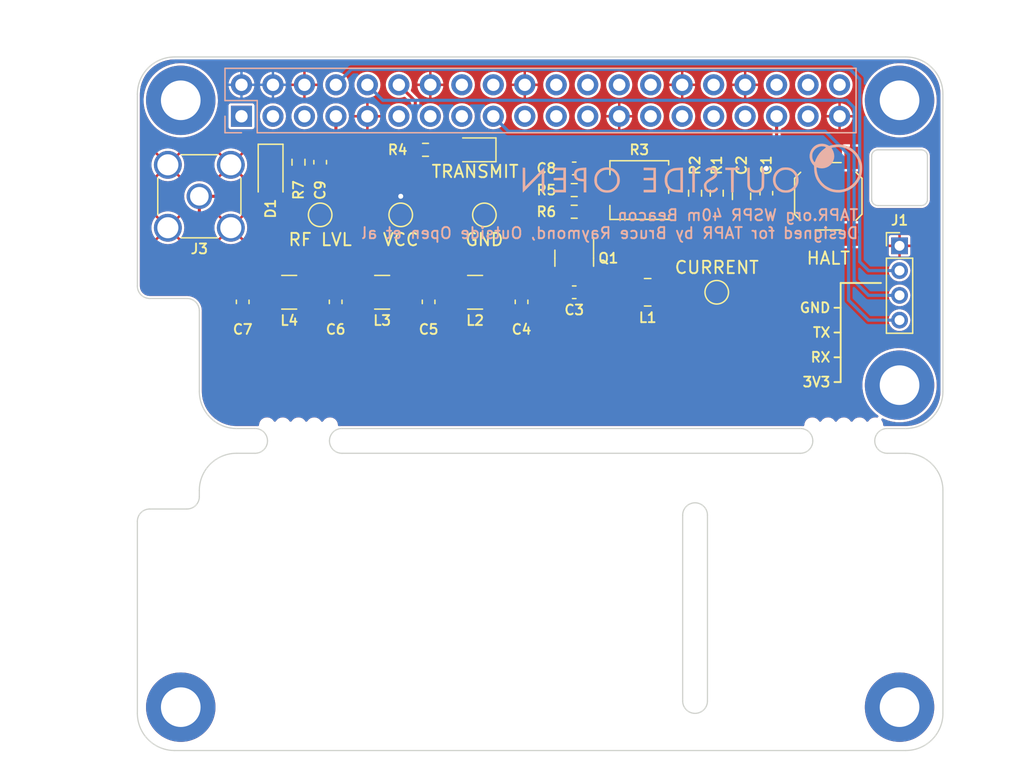
<source format=kicad_pcb>
(kicad_pcb (version 20211014) (generator pcbnew)
  (layers (0 "F.Cu" signal) (31 "B.Cu" signal) (34 "B.Paste" user) (35 "F.Paste" user) (36 "B.SilkS" user "B.Silkscreen") (37 "F.SilkS" user "F.Silkscreen") (38 "B.Mask" user) (39 "F.Mask" user) (44 "Edge.Cuts" user))
  (net 0 "")
  (net 1 "GND")
  (net 2 "VCC")
  (net 3 "Net-(C3-Pad1)")
  (net 4 "Net-(C3-Pad2)")
  (net 5 "Net-(C8-Pad1)")
  (net 6 "Net-(C8-Pad2)")
  (net 9 "/3.3v")
  (net 10 "/TX")
  (net 33 "Net-(LED1-Pad2)")
  (net 34 "Net-(C5-Pad1)")
  (net 35 "Net-(C6-Pad1)")
  (net 36 "Net-(J3-Pad1)")
  (net 37 "Net-(C9-Pad1)")
  (net 38 "Net-(L1-Pad1)")
  (net 39 "Net-(D1-Pad1)")
  (net 40 "/RX")
  (net 41 "Net-(J2-Pad35)")
  (net 42 "Net-(J2-Pad12)")
  (net 43 "Net-(R2-Pad1)")
  (net 44 "Net-(R3-Pad2)")
  (net 45 "Net-(Q1-Pad1)")
  (footprint "MountingHole:MountingHole_3.2mm_M3_DIN965_Pad" (layer "F.Cu") (at 111.5 76.5)
    (fp_text reference "H3" hide)
    (fp_text value "MountingHole")
    (pad "1" thru_hole circle (at 0 0) (size 5.6 5.6) (drill 3.2) (layers *.Cu *.Mask))
  )
  (footprint "Resistor_SMD:R_0603_1608Metric" (layer "F.Cu") (at 95 61 90)
    (fp_text reference "R2" (at 2.25 0 90) (layer "F.SilkS") (effects (font (size 0.8 0.8))))
    (fp_text value "3.9k")
    (pad "1" smd roundrect (at -0.825 0 90) (size 0.8 0.95) (layers "F.Cu" "F.Paste" "F.Mask") (net 43 "Net-(R2-Pad1)"))
    (pad "2" smd roundrect (at 0.825 0 90) (size 0.8 0.95) (layers "F.Cu" "F.Paste" "F.Mask") (net 2 "VCC"))
  )
  (footprint "Capacitor_SMD:C_0603_1608Metric" (layer "F.Cu") (at 81 69.775 -90)
    (fp_text reference "C4" (at 2.225 0) (layer "F.SilkS") (effects (font (size 0.8 0.8))))
    (fp_text value "470pF")
    (pad "1" smd roundrect (at -0.775 0 270) (size 0.9 0.95) (layers "F.Cu" "F.Paste" "F.Mask") (net 4 "Net-(C3-Pad2)"))
    (pad "2" smd roundrect (at 0.775 0 270) (size 0.9 0.95) (layers "F.Cu" "F.Paste" "F.Mask") (net 1 "GND"))
  )
  (footprint "Capacitor_SMD:C_0603_1608Metric" (layer "F.Cu") (at 100.75 61 -90)
    (fp_text reference "C1" (at -2.25 0 90) (layer "F.SilkS") (effects (font (size 0.8 0.8))))
    (fp_text value "100nF")
    (pad "1" smd roundrect (at -0.775 0 270) (size 0.9 0.95) (layers "F.Cu" "F.Paste" "F.Mask") (net 2 "VCC"))
    (pad "2" smd roundrect (at 0.775 0 270) (size 0.9 0.95) (layers "F.Cu" "F.Paste" "F.Mask") (net 1 "GND"))
  )
  (footprint "MountingHole:mousebites" (layer "F.Cu") (at 107 80)
    (fp_text reference "H6")
    (fp_text value "MountingHole" hide)
    (pad "" np_thru_hole circle (at 0 -0.254) (size 0.7874 0.7874) (drill 0.7874) (layers *.Cu *.Mask))
    (pad "" np_thru_hole circle (at 2.54 -0.254) (size 0.7874 0.7874) (drill 0.7874) (layers *.Cu *.Mask))
    (pad "" np_thru_hole circle (at 1.27 -0.254) (size 0.7874 0.7874) (drill 0.7874) (layers *.Cu *.Mask))
    (pad "" np_thru_hole circle (at -2.54 -0.254) (size 0.7874 0.7874) (drill 0.7874) (layers *.Cu *.Mask))
    (pad "" np_thru_hole circle (at -1.27 -0.254) (size 0.7874 0.7874) (drill 0.7874) (layers *.Cu *.Mask))
  )
  (footprint "Capacitor_SMD:C_0603_1608Metric" (layer "F.Cu") (at 58.5 69.775 -90)
    (fp_text reference "C7" (at 2.225 0) (layer "F.SilkS") (effects (font (size 0.8 0.8))))
    (fp_text value "470pF")
    (pad "1" smd roundrect (at -0.775 0 270) (size 0.9 0.95) (layers "F.Cu" "F.Paste" "F.Mask") (net 36 "Net-(J3-Pad1)"))
    (pad "2" smd roundrect (at 0.775 0 270) (size 0.9 0.95) (layers "F.Cu" "F.Paste" "F.Mask") (net 1 "GND"))
  )
  (footprint "MountingHole:mousebites" (layer "F.Cu") (at 63 80)
    (fp_text reference "H7")
    (fp_text value "MountingHole" hide)
    (pad "" np_thru_hole circle (at -2.54 -0.254) (size 0.7874 0.7874) (drill 0.7874) (layers *.Cu *.Mask))
    (pad "" np_thru_hole circle (at -1.27 -0.254) (size 0.7874 0.7874) (drill 0.7874) (layers *.Cu *.Mask))
    (pad "" np_thru_hole circle (at 2.54 -0.254) (size 0.7874 0.7874) (drill 0.7874) (layers *.Cu *.Mask))
    (pad "" np_thru_hole circle (at 1.27 -0.254) (size 0.7874 0.7874) (drill 0.7874) (layers *.Cu *.Mask))
    (pad "" np_thru_hole circle (at 0 -0.254) (size 0.7874 0.7874) (drill 0.7874) (layers *.Cu *.Mask))
  )
  (footprint "Resistor_SMD:R_0603_1608Metric" (layer "F.Cu") (at 85.25 62.5)
    (fp_text reference "R6" (at -2.25 0) (layer "F.SilkS") (effects (font (size 0.8 0.8))))
    (fp_text value "47")
    (pad "1" smd roundrect (at -0.825 0) (size 0.8 0.95) (layers "F.Cu" "F.Paste" "F.Mask") (net 6 "Net-(C8-Pad2)"))
    (pad "2" smd roundrect (at 0.825 0) (size 0.8 0.95) (layers "F.Cu" "F.Paste" "F.Mask") (net 45 "Net-(Q1-Pad1)"))
  )
  (footprint "Inductor_SMD:L_1210_3225Metric" (layer "F.Cu") (at 69.75 69 180)
    (fp_text reference "L3" (at 0 -2.28) (layer "F.SilkS") (effects (font (size 0.8 0.8))))
    (fp_text value "1.5uH")
    (pad "1" smd roundrect (at -1.4 0 180) (size 1.25 2.65) (layers "F.Cu" "F.Paste" "F.Mask") (roundrect_rratio 0.2) (net 34 "Net-(C5-Pad1)"))
    (pad "2" smd roundrect (at 1.4 0 180) (size 1.25 2.65) (layers "F.Cu" "F.Paste" "F.Mask") (roundrect_rratio 0.2) (net 35 "Net-(C6-Pad1)"))
  )
  (footprint "TestPoint:TestPoint_Pad_D1.5mm" (layer "F.Cu") (at 96.75 69)
    (fp_text reference "TP2" hide)
    (fp_text value "TestPoint")
    (pad "1" smd circle (at 0 0) (size 1.5 1.5) (layers "F.Cu" "F.Mask") (net 38 "Net-(L1-Pad1)"))
  )
  (footprint "Connector_Coaxial:SMA_Amphenol_901-144_Vertical" (layer "F.Cu") (at 55 61.25 -90)
    (fp_text reference "J3" (at 4.25 0 180) (layer "F.SilkS") (effects (font (size 0.8 0.8))))
    (fp_text value "Conn_01x02")
    (pad "1" thru_hole circle (at 0 0 270) (size 2.05 2.05) (drill 1.5) (layers *.Cu *.Mask) (net 36 "Net-(J3-Pad1)"))
    (pad "2" thru_hole circle (at -2.54 2.54 270) (size 2.25 2.25) (drill 1.7) (layers *.Cu *.Mask) (net 1 "GND"))
    (pad "2" thru_hole circle (at 2.54 -2.54 270) (size 2.25 2.25) (drill 1.7) (layers *.Cu *.Mask) (net 1 "GND"))
    (pad "2" thru_hole circle (at 2.54 2.54 270) (size 2.25 2.25) (drill 1.7) (layers *.Cu *.Mask) (net 1 "GND"))
    (pad "2" thru_hole circle (at -2.54 -2.54 270) (size 2.25 2.25) (drill 1.7) (layers *.Cu *.Mask) (net 1 "GND"))
  )
  (footprint "MountingHole:MountingHole_3.2mm_M3_DIN965_Pad" (layer "F.Cu") (at 111.5 53.5)
    (fp_text reference "H2" hide)
    (fp_text value "MountingHole")
    (pad "1" thru_hole circle (at 0 0) (size 5.6 5.6) (drill 3.2) (layers *.Cu *.Mask))
  )
  (footprint "TestPoint:TestPoint_Pad_D1.5mm" (layer "F.Cu") (at 71.25 62.75)
    (fp_text reference "TP1" hide)
    (fp_text value "TestPoint")
    (pad "1" smd circle (at 0 0) (size 1.5 1.5) (layers "F.Cu" "F.Mask") (net 2 "VCC"))
  )
  (footprint "Resistor_SMD:R_0603_1608Metric" (layer "F.Cu") (at 96.75 61 -90)
    (fp_text reference "R1" (at -2.25 0 90) (layer "F.SilkS") (effects (font (size 0.8 0.8))))
    (fp_text value "1")
    (pad "1" smd roundrect (at -0.825 0 270) (size 0.8 0.95) (layers "F.Cu" "F.Paste" "F.Mask") (net 2 "VCC"))
    (pad "2" smd roundrect (at 0.825 0 270) (size 0.8 0.95) (layers "F.Cu" "F.Paste" "F.Mask") (net 38 "Net-(L1-Pad1)"))
  )
  (footprint "MountingHole:MountingHole_3.2mm_M3_DIN965_Pad" (layer "F.Cu") (at 53.5 53.5)
    (fp_text reference "H1" hide)
    (fp_text value "MountingHole")
    (pad "1" thru_hole circle (at 0 0) (size 5.6 5.6) (drill 3.2) (layers *.Cu *.Mask))
  )
  (footprint "Capacitor_SMD:C_0603_1608Metric" (layer "F.Cu") (at 85.25 69 180)
    (fp_text reference "C3" (at 0 -1.43) (layer "F.SilkS") (effects (font (size 0.8 0.8))))
    (fp_text value "100nF")
    (pad "1" smd roundrect (at -0.775 0 180) (size 0.9 0.95) (layers "F.Cu" "F.Paste" "F.Mask") (net 3 "Net-(C3-Pad1)"))
    (pad "2" smd roundrect (at 0.775 0 180) (size 0.9 0.95) (layers "F.Cu" "F.Paste" "F.Mask") (net 4 "Net-(C3-Pad2)"))
  )
  (footprint "Connector_PinHeader_2.00mm:PinHeader_1x04_P2.00mm_Vertical" (layer "F.Cu") (at 111.5 65.25)
    (fp_text reference "J1" (at 0 -2.06) (layer "F.SilkS") (effects (font (size 0.8 0.8))))
    (fp_text value "SERIAL")
    (pad "1" thru_hole rect (at 0 0) (size 1.35 1.35) (drill 0.8) (layers *.Cu *.Mask) (net 1 "GND"))
    (pad "2" thru_hole oval (at 0 2) (size 1.35 1.35) (drill 0.8) (layers *.Cu *.Mask) (net 10 "/TX"))
    (pad "3" thru_hole oval (at 0 4) (size 1.35 1.35) (drill 0.8) (layers *.Cu *.Mask) (net 40 "/RX"))
    (pad "4" thru_hole oval (at 0 6) (size 1.35 1.35) (drill 0.8) (layers *.Cu *.Mask) (net 9 "/3.3v"))
  )
  (footprint "Package_TO_SOT_SMD:SOT-23" (layer "F.Cu") (at 85.25 66.25 -90)
    (fp_text reference "Q1" (at 0 -2.75) (layer "F.SilkS") (effects (font (size 0.8 0.8))))
    (fp_text value "MMBF170")
    (pad "1" smd roundrect (at -0.9375 -0.95 270) (size 1.475 0.6) (layers "F.Cu" "F.Paste" "F.Mask") (net 45 "Net-(Q1-Pad1)"))
    (pad "2" smd roundrect (at -0.9375 0.95 270) (size 1.475 0.6) (layers "F.Cu" "F.Paste" "F.Mask") (net 1 "GND"))
    (pad "3" smd roundrect (at 0.9375 0 270) (size 1.475 0.6) (layers "F.Cu" "F.Paste" "F.Mask") (net 3 "Net-(C3-Pad1)"))
  )
  (footprint "MountingHole:MountingHole_3.2mm_M3_DIN965_Pad" (layer "F.Cu") (at 53.5 102.5)
    (fp_text reference "H5" hide)
    (fp_text value "MountingHole")
    (pad "1" thru_hole circle (at 0 0) (size 5.6 5.6) (drill 3.2) (layers *.Cu *.Mask))
  )
  (footprint "Capacitor_SMD:C_0603_1608Metric" (layer "F.Cu") (at 66 69.775 -90)
    (fp_text reference "C6" (at 2.225 0) (layer "F.SilkS") (effects (font (size 0.8 0.8))))
    (fp_text value "1nF")
    (pad "1" smd roundrect (at -0.775 0 270) (size 0.9 0.95) (layers "F.Cu" "F.Paste" "F.Mask") (net 35 "Net-(C6-Pad1)"))
    (pad "2" smd roundrect (at 0.775 0 270) (size 0.9 0.95) (layers "F.Cu" "F.Paste" "F.Mask") (net 1 "GND"))
  )
  (footprint "TestPoint:TestPoint_Pad_D1.5mm" (layer "F.Cu") (at 78 62.75)
    (fp_text reference "TP4" hide)
    (fp_text value "TestPoint")
    (pad "1" smd circle (at 0 0) (size 1.5 1.5) (layers "F.Cu" "F.Mask") (net 1 "GND"))
  )
  (footprint "Capacitor_SMD:C_0603_1608Metric" (layer "F.Cu") (at 73.5 69.775 -90)
    (fp_text reference "C5" (at 2.225 0) (layer "F.SilkS") (effects (font (size 0.8 0.8))))
    (fp_text value "1nF")
    (pad "1" smd roundrect (at -0.775 0 270) (size 0.9 0.95) (layers "F.Cu" "F.Paste" "F.Mask") (net 34 "Net-(C5-Pad1)"))
    (pad "2" smd roundrect (at 0.775 0 270) (size 0.9 0.95) (layers "F.Cu" "F.Paste" "F.Mask") (net 1 "GND"))
  )
  (footprint "MountingHole:MountingHole_3.2mm_M3_DIN965_Pad" (layer "F.Cu") (at 111.5 102.5)
    (fp_text reference "H4" hide)
    (fp_text value "MountingHole")
    (pad "1" thru_hole circle (at 0 0) (size 5.6 5.6) (drill 3.2) (layers *.Cu *.Mask))
  )
  (footprint "Diode_SMD:D_SOD-123F" (layer "F.Cu") (at 60.75 59.25 -90)
    (fp_text reference "D1" (at 3 0 90) (layer "F.SilkS") (effects (font (size 0.8 0.8))))
    (fp_text value "1N4148")
    (pad "1" smd rect (at -1.4 0 270) (size 1.1 1.1) (layers "F.Cu" "F.Paste" "F.Mask") (net 39 "Net-(D1-Pad1)"))
    (pad "2" smd rect (at 1.4 0 270) (size 1.1 1.1) (layers "F.Cu" "F.Paste" "F.Mask") (net 36 "Net-(J3-Pad1)"))
  )
  (footprint "Capacitor_SMD:C_0603_1608Metric" (layer "F.Cu") (at 85.25 59 180)
    (fp_text reference "C8" (at 2.25 0) (layer "F.SilkS") (effects (font (size 0.8 0.8))))
    (fp_text value "100nF")
    (pad "1" smd roundrect (at -0.775 0 180) (size 0.9 0.95) (layers "F.Cu" "F.Paste" "F.Mask") (net 5 "Net-(C8-Pad1)"))
    (pad "2" smd roundrect (at 0.775 0 180) (size 0.9 0.95) (layers "F.Cu" "F.Paste" "F.Mask") (net 6 "Net-(C8-Pad2)"))
  )
  (footprint "Resistor_SMD:R_0603_1608Metric" (layer "F.Cu") (at 63 58.5 -90)
    (fp_text reference "R7" (at 2.25 0 90) (layer "F.SilkS") (effects (font (size 0.8 0.8))))
    (fp_text value "2K")
    (pad "1" smd roundrect (at -0.825 0 270) (size 0.8 0.95) (layers "F.Cu" "F.Paste" "F.Mask") (net 39 "Net-(D1-Pad1)"))
    (pad "2" smd roundrect (at 0.825 0 270) (size 0.8 0.95) (layers "F.Cu" "F.Paste" "F.Mask") (net 37 "Net-(C9-Pad1)"))
  )
  (footprint "Potentiometer_SMD:Potentiometer_Bourns_3314J_Vertical" (layer "F.Cu") (at 90.5 60.75 -90)
    (fp_text reference "R3" (at -3.25 0) (layer "F.SilkS") (effects (font (size 0.8 0.8))))
    (fp_text value "10k")
    (pad "1" smd rect (at 1.15 -2 270) (size 1.3 2) (layers "F.Cu" "F.Paste" "F.Mask") (net 43 "Net-(R2-Pad1)"))
    (pad "2" smd rect (at 0 2 270) (size 2 2) (layers "F.Cu" "F.Paste" "F.Mask") (net 44 "Net-(R3-Pad2)"))
    (pad "3" smd rect (at -1.15 -2 270) (size 1.3 2) (layers "F.Cu" "F.Paste" "F.Mask") (net 1 "GND"))
  )
  (footprint "Inductor_SMD:L_1210_3225Metric" (layer "F.Cu") (at 62.25 69 180)
    (fp_text reference "L4" (at 0 -2.28) (layer "F.SilkS") (effects (font (size 0.8 0.8))))
    (fp_text value "1.5uH")
    (pad "1" smd roundrect (at -1.4 0 180) (size 1.25 2.65) (layers "F.Cu" "F.Paste" "F.Mask") (roundrect_rratio 0.2) (net 35 "Net-(C6-Pad1)"))
    (pad "2" smd roundrect (at 1.4 0 180) (size 1.25 2.65) (layers "F.Cu" "F.Paste" "F.Mask") (roundrect_rratio 0.2) (net 36 "Net-(J3-Pad1)"))
  )
  (footprint "TestPoint:TestPoint_Pad_D1.5mm" (layer "F.Cu") (at 64.75 62.75 -90)
    (fp_text reference "TP3" hide)
    (fp_text value "TestPoint")
    (pad "1" smd circle (at 0 0 270) (size 1.5 1.5) (layers "F.Cu" "F.Mask") (net 37 "Net-(C9-Pad1)"))
  )
  (footprint "Capacitor_SMD:C_0603_1608Metric" (layer "F.Cu") (at 64.75 58.5 90)
    (fp_text reference "C9" (at -2.25 0 90) (layer "F.SilkS") (effects (font (size 0.8 0.8))))
    (fp_text value "100nF")
    (pad "1" smd roundrect (at -0.775 0 90) (size 0.9 0.95) (layers "F.Cu" "F.Paste" "F.Mask") (net 37 "Net-(C9-Pad1)"))
    (pad "2" smd roundrect (at 0.775 0 90) (size 0.9 0.95) (layers "F.Cu" "F.Paste" "F.Mask") (net 1 "GND"))
  )
  (footprint "LED_SMD:LED_0805_2012Metric" (layer "F.Cu") (at 77.25 57.5 180)
    (fp_text reference "LED1" hide)
    (fp_text value "LED_Small")
    (pad "1" smd roundrect (at -0.9375 0 180) (size 0.975 1.4) (layers "F.Cu" "F.Paste" "F.Mask") (net 1 "GND"))
    (pad "2" smd roundrect (at 0.9375 0 180) (size 0.975 1.4) (layers "F.Cu" "F.Paste" "F.Mask") (net 33 "Net-(LED1-Pad2)"))
  )
  (footprint "Resistor_SMD:R_0603_1608Metric" (layer "F.Cu") (at 85.25 60.75 180)
    (fp_text reference "R5" (at 2.25 0) (layer "F.SilkS") (effects (font (size 0.8 0.8))))
    (fp_text value "10k")
    (pad "1" smd roundrect (at -0.825 0 180) (size 0.8 0.95) (layers "F.Cu" "F.Paste" "F.Mask") (net 44 "Net-(R3-Pad2)"))
    (pad "2" smd roundrect (at 0.825 0 180) (size 0.8 0.95) (layers "F.Cu" "F.Paste" "F.Mask") (net 6 "Net-(C8-Pad2)"))
  )
  (footprint "Inductor_SMD:L_1210_3225Metric" (layer "F.Cu") (at 77.25 69 180)
    (fp_text reference "L2" (at 0 -2.28 180) (layer "F.SilkS") (effects (font (size 0.8 0.8))))
    (fp_text value "1.5uH")
    (pad "1" smd roundrect (at -1.4 0 180) (size 1.25 2.65) (layers "F.Cu" "F.Paste" "F.Mask") (roundrect_rratio 0.2) (net 4 "Net-(C3-Pad2)"))
    (pad "2" smd roundrect (at 1.4 0 180) (size 1.25 2.65) (layers "F.Cu" "F.Paste" "F.Mask") (roundrect_rratio 0.2) (net 34 "Net-(C5-Pad1)"))
  )
  (footprint "Inductor_SMD:L_1008_2520Metric" (layer "F.Cu") (at 91.175 69 180)
    (fp_text reference "L1" (at 0 -2.05) (layer "F.SilkS") (effects (font (size 0.8 0.8))))
    (fp_text value "10uH")
    (pad "1" smd roundrect (at -1.075 0 180) (size 1.25 2.2) (layers "F.Cu" "F.Paste" "F.Mask") (roundrect_rratio 0.2) (net 38 "Net-(L1-Pad1)"))
    (pad "2" smd roundrect (at 1.075 0 180) (size 1.25 2.2) (layers "F.Cu" "F.Paste" "F.Mask") (roundrect_rratio 0.2) (net 3 "Net-(C3-Pad1)"))
  )
  (footprint "Resistor_SMD:R_0603_1608Metric" (layer "F.Cu") (at 73.25 57.5 180)
    (fp_text reference "R4" (at 2.25 0) (layer "F.SilkS") (effects (font (size 0.8 0.8))))
    (fp_text value "270")
    (pad "1" smd roundrect (at -0.825 0 180) (size 0.8 0.95) (layers "F.Cu" "F.Paste" "F.Mask") (net 33 "Net-(LED1-Pad2)"))
    (pad "2" smd roundrect (at 0.825 0 180) (size 0.8 0.95) (layers "F.Cu" "F.Paste" "F.Mask") (net 42 "Net-(J2-Pad12)"))
  )
  (footprint "Capacitor_SMD:C_0805_2012Metric" (layer "F.Cu") (at 98.75 61.25 -90)
    (fp_text reference "C2" (at -2.5 0 90) (layer "F.SilkS") (effects (font (size 0.8 0.8))))
    (fp_text value "47uF")
    (pad "1" smd roundrect (at -0.95 0 270) (size 1 1.45) (layers "F.Cu" "F.Paste" "F.Mask") (net 2 "VCC"))
    (pad "2" smd roundrect (at 0.95 0 270) (size 1 1.45) (layers "F.Cu" "F.Paste" "F.Mask") (net 1 "GND"))
  )
  (footprint "Button_Switch_SMD:SW_SPST_SKQG_WithoutStem" (layer "F.Cu") (at 105.75 61.25 90)
    (fp_text reference "SW1" hide)
    (fp_text value "SW_SPST")
    (pad "1" smd rect (at -3.1 -1.85 90) (size 1.8 1.1) (layers "F.Cu" "F.Paste" "F.Mask") (net 41 "Net-(J2-Pad35)"))
    (pad "1" smd rect (at 3.1 -1.85 90) (size 1.8 1.1) (layers "F.Cu" "F.Paste" "F.Mask") (net 41 "Net-(J2-Pad35)"))
    (pad "2" smd rect (at 3.1 1.85 90) (size 1.8 1.1) (layers "F.Cu" "F.Paste" "F.Mask") (net 1 "GND"))
    (pad "2" smd rect (at -3.1 1.85 90) (size 1.8 1.1) (layers "F.Cu" "F.Paste" "F.Mask") (net 1 "GND"))
  )
  (footprint "LOGO" (layer "B.Cu") (at 94.75 59 180)
    (fp_text reference "G***" hide)
    (fp_text value "LOGO" hide)
  )
  (footprint "Connector_PinSocket_2.54mm:PinSocket_2x20_P2.54mm_Vertical" (layer "B.Cu") (at 58.4 54.79 -90)
    (fp_text reference "J2")
    (fp_text value "Conn_02x20_Odd_Even")
    (pad "1" thru_hole rect (at 0 0 270) (size 1.7 1.7) (drill 1) (layers *.Cu *.Mask))
    (pad "2" thru_hole oval (at -2.54 0 270) (size 1.7 1.7) (drill 1) (layers *.Cu *.Mask) (net 2 "VCC"))
    (pad "3" thru_hole oval (at 0 -2.54 270) (size 1.7 1.7) (drill 1) (layers *.Cu *.Mask))
    (pad "4" thru_hole oval (at -2.54 -2.54 270) (size 1.7 1.7) (drill 1) (layers *.Cu *.Mask) (net 2 "VCC"))
    (pad "5" thru_hole oval (at 0 -5.08 270) (size 1.7 1.7) (drill 1) (layers *.Cu *.Mask))
    (pad "6" thru_hole oval (at -2.54 -5.08 270) (size 1.7 1.7) (drill 1) (layers *.Cu *.Mask) (net 1 "GND"))
    (pad "7" thru_hole oval (at 0 -7.62 270) (size 1.7 1.7) (drill 1) (layers *.Cu *.Mask) (net 5 "Net-(C8-Pad1)"))
    (pad "8" thru_hole oval (at -2.54 -7.62 270) (size 1.7 1.7) (drill 1) (layers *.Cu *.Mask) (net 10 "/TX"))
    (pad "9" thru_hole oval (at 0 -10.16 270) (size 1.7 1.7) (drill 1) (layers *.Cu *.Mask) (net 1 "GND"))
    (pad "10" thru_hole oval (at -2.54 -10.16 270) (size 1.7 1.7) (drill 1) (layers *.Cu *.Mask) (net 40 "/RX"))
    (pad "11" thru_hole oval (at 0 -12.7 270) (size 1.7 1.7) (drill 1) (layers *.Cu *.Mask))
    (pad "12" thru_hole oval (at -2.54 -12.7 270) (size 1.7 1.7) (drill 1) (layers *.Cu *.Mask) (net 42 "Net-(J2-Pad12)"))
    (pad "13" thru_hole oval (at 0 -15.24 270) (size 1.7 1.7) (drill 1) (layers *.Cu *.Mask))
    (pad "14" thru_hole oval (at -2.54 -15.24 270) (size 1.7 1.7) (drill 1) (layers *.Cu *.Mask) (net 1 "GND"))
    (pad "15" thru_hole oval (at 0 -17.78 270) (size 1.7 1.7) (drill 1) (layers *.Cu *.Mask))
    (pad "16" thru_hole oval (at -2.54 -17.78 270) (size 1.7 1.7) (drill 1) (layers *.Cu *.Mask))
    (pad "17" thru_hole oval (at 0 -20.32 270) (size 1.7 1.7) (drill 1) (layers *.Cu *.Mask) (net 9 "/3.3v"))
    (pad "18" thru_hole oval (at -2.54 -20.32 270) (size 1.7 1.7) (drill 1) (layers *.Cu *.Mask))
    (pad "19" thru_hole oval (at 0 -22.86 270) (size 1.7 1.7) (drill 1) (layers *.Cu *.Mask))
    (pad "20" thru_hole oval (at -2.54 -22.86 270) (size 1.7 1.7) (drill 1) (layers *.Cu *.Mask) (net 1 "GND"))
    (pad "21" thru_hole oval (at 0 -25.4 270) (size 1.7 1.7) (drill 1) (layers *.Cu *.Mask))
    (pad "22" thru_hole oval (at -2.54 -25.4 270) (size 1.7 1.7) (drill 1) (layers *.Cu *.Mask))
    (pad "23" thru_hole oval (at 0 -27.94 270) (size 1.7 1.7) (drill 1) (layers *.Cu *.Mask))
    (pad "24" thru_hole oval (at -2.54 -27.94 270) (size 1.7 1.7) (drill 1) (layers *.Cu *.Mask))
    (pad "25" thru_hole oval (at 0 -30.48 270) (size 1.7 1.7) (drill 1) (layers *.Cu *.Mask) (net 1 "GND"))
    (pad "26" thru_hole oval (at -2.54 -30.48 270) (size 1.7 1.7) (drill 1) (layers *.Cu *.Mask))
    (pad "27" thru_hole oval (at 0 -33.02 270) (size 1.7 1.7) (drill 1) (layers *.Cu *.Mask))
    (pad "28" thru_hole oval (at -2.54 -33.02 270) (size 1.7 1.7) (drill 1) (layers *.Cu *.Mask))
    (pad "29" thru_hole oval (at 0 -35.56 270) (size 1.7 1.7) (drill 1) (layers *.Cu *.Mask))
    (pad "30" thru_hole oval (at -2.54 -35.56 270) (size 1.7 1.7) (drill 1) (layers *.Cu *.Mask) (net 1 "GND"))
    (pad "31" thru_hole oval (at 0 -38.1 270) (size 1.7 1.7) (drill 1) (layers *.Cu *.Mask))
    (pad "32" thru_hole oval (at -2.54 -38.1 270) (size 1.7 1.7) (drill 1) (layers *.Cu *.Mask))
    (pad "33" thru_hole oval (at 0 -40.64 270) (size 1.7 1.7) (drill 1) (layers *.Cu *.Mask))
    (pad "34" thru_hole oval (at -2.54 -40.64 270) (size 1.7 1.7) (drill 1) (layers *.Cu *.Mask) (net 1 "GND"))
    (pad "35" thru_hole oval (at 0 -43.18 270) (size 1.7 1.7) (drill 1) (layers *.Cu *.Mask) (net 41 "Net-(J2-Pad35)"))
    (pad "36" thru_hole oval (at -2.54 -43.18 270) (size 1.7 1.7) (drill 1) (layers *.Cu *.Mask))
    (pad "37" thru_hole oval (at 0 -45.72 270) (size 1.7 1.7) (drill 1) (layers *.Cu *.Mask))
    (pad "38" thru_hole oval (at -2.54 -45.72 270) (size 1.7 1.7) (drill 1) (layers *.Cu *.Mask))
    (pad "39" thru_hole oval (at 0 -48.26 270) (size 1.7 1.7) (drill 1) (layers *.Cu *.Mask) (net 1 "GND"))
    (pad "40" thru_hole oval (at -2.54 -48.26 270) (size 1.7 1.7) (drill 1) (layers *.Cu *.Mask))
  )
  (gr_line (start 106.25 74.25) (end 106.75 74.25) (layer "F.SilkS") (width 0.15))
  (gr_line (start 106.75 70.25) (end 106.25 70.25) (layer "F.SilkS") (width 0.15))
  (gr_line (start 106.75 76.25) (end 106.75 70.25) (layer "F.SilkS") (width 0.15))
  (gr_line (start 106.25 72.25) (end 106.75 72.25) (layer "F.SilkS") (width 0.15))
  (gr_line (start 106.75 68.25) (end 110 68.25) (layer "F.SilkS") (width 0.15))
  (gr_line (start 106.75 70.25) (end 106.75 68.25) (layer "F.SilkS") (width 0.15))
  (gr_line (start 106.25 76.25) (end 106.75 76.25) (layer "F.SilkS") (width 0.15))
  (gr_line (start 103.499999 80.000001) (end 66.500001 80.000001) (layer "Edge.Cuts") (width 0.1))
  (gr_line (start 94 87) (end 94 102) (layer "Edge.Cuts") (width 0.1))
  (gr_line (start 55 85.5) (end 54.999999 84.999999) (layer "Edge.Cuts") (width 0.1))
  (gr_arc (start 65.500001 81.000001) (mid 65.792894 80.292894) (end 66.500001 80.000001) (layer "Edge.Cuts") (width 0.1))
  (gr_line (start 66.500001 82.000001) (end 103.499999 82.000001) (layer "Edge.Cuts") (width 0.1))
  (gr_arc (start 115 77) (mid 114.12132 79.12132) (end 112 80) (layer "Edge.Cuts") (width 0.1))
  (gr_line (start 110.5 82) (end 112 82) (layer "Edge.Cuts") (width 0.1))
  (gr_line (start 109.75 57.5) (end 113.25 57.500001) (layer "Edge.Cuts") (width 0.1))
  (gr_line (start 54.999999 77.000001) (end 55 70.5) (layer "Edge.Cuts") (width 0.1))
  (gr_arc (start 51 69.5) (mid 50.292893 69.207107) (end 50 68.5) (layer "Edge.Cuts") (width 0.1))
  (gr_arc (start 112 50) (mid 114.12132 50.87868) (end 115 53) (layer "Edge.Cuts") (width 0.1))
  (gr_arc (start 113.749999 61.5) (mid 113.603552 61.853552) (end 113.25 61.999999) (layer "Edge.Cuts") (width 0.1))
  (gr_line (start 57.999999 82.000002) (end 59.499999 82.000001) (layer "Edge.Cuts") (width 0.1))
  (gr_line (start 59.499999 80.000001) (end 57.999999 80.000001) (layer "Edge.Cuts") (width 0.1))
  (gr_arc (start 55 85.5) (mid 54.707107 86.207107) (end 54 86.5) (layer "Edge.Cuts") (width 0.1))
  (gr_arc (start 66.500001 82.000001) (mid 65.792894 81.707108) (end 65.500001 81.000001) (layer "Edge.Cuts") (width 0.1))
  (gr_line (start 112 50) (end 53 50) (layer "Edge.Cuts") (width 0.1))
  (gr_line (start 109.250001 61.5) (end 109.25 58) (layer "Edge.Cuts") (width 0.1))
  (gr_arc (start 115 102.999999) (mid 114.12132 105.121319) (end 112 105.999998) (layer "Edge.Cuts") (width 0.1))
  (gr_arc (start 110.5 82) (mid 109.792893 81.707107) (end 109.5 81) (layer "Edge.Cuts") (width 0.1))
  (gr_line (start 50 87.5) (end 50 103) (layer "Edge.Cuts") (width 0.1))
  (gr_line (start 115 102.999999) (end 115 85) (layer "Edge.Cuts") (width 0.1))
  (gr_arc (start 113.25 57.500001) (mid 113.603552 57.646448) (end 113.749999 58) (layer "Edge.Cuts") (width 0.1))
  (gr_line (start 51 86.5) (end 54 86.5) (layer "Edge.Cuts") (width 0.1))
  (gr_arc (start 94 87) (mid 95 86) (end 96 87) (layer "Edge.Cuts") (width 0.1))
  (gr_line (start 52.999999 105.999999) (end 112 105.999998) (layer "Edge.Cuts") (width 0.1))
  (gr_arc (start 96 102) (mid 95 103) (end 94 102) (layer "Edge.Cuts") (width 0.1))
  (gr_arc (start 109.75 61.999999) (mid 109.396448 61.853552) (end 109.250001 61.5) (layer "Edge.Cuts") (width 0.1))
  (gr_arc (start 57.999999 80.000001) (mid 55.878679 79.121321) (end 54.999999 77.000001) (layer "Edge.Cuts") (width 0.1))
  (gr_line (start 50 68.5) (end 50 53) (layer "Edge.Cuts") (width 0.1))
  (gr_arc (start 50 53) (mid 50.87868 50.87868) (end 53 50) (layer "Edge.Cuts") (width 0.1))
  (gr_line (start 112 80) (end 110.5 80) (layer "Edge.Cuts") (width 0.1))
  (gr_line (start 96 87) (end 96 102) (layer "Edge.Cuts") (width 0.1))
  (gr_line (start 51 69.5) (end 54 69.5) (layer "Edge.Cuts") (width 0.1))
  (gr_arc (start 112 82) (mid 114.12132 82.87868) (end 115 85) (layer "Edge.Cuts") (width 0.1))
  (gr_arc (start 109.5 81) (mid 109.792893 80.292893) (end 110.5 80) (layer "Edge.Cuts") (width 0.1))
  (gr_line (start 113.749999 58) (end 113.749999 61.5) (layer "Edge.Cuts") (width 0.1))
  (gr_arc (start 59.499999 80.000001) (mid 60.207106 80.292894) (end 60.499999 81.000001) (layer "Edge.Cuts") (width 0.1))
  (gr_arc (start 103.499999 80.000001) (mid 104.207106 80.292894) (end 104.499999 81.000001) (layer "Edge.Cuts") (width 0.1))
  (gr_arc (start 109.25 58) (mid 109.396447 57.646447) (end 109.75 57.5) (layer "Edge.Cuts") (width 0.1))
  (gr_arc (start 53 106) (mid 50.87868 105.12132) (end 50 103) (layer "Edge.Cuts") (width 0.1))
  (gr_arc (start 104.499999 81.000001) (mid 104.207106 81.707108) (end 103.499999 82.000001) (layer "Edge.Cuts") (width 0.1))
  (gr_arc (start 50 87.5) (mid 50.292893 86.792893) (end 51 86.5) (layer "Edge.Cuts") (width 0.1))
  (gr_line (start 113.25 61.999999) (end 109.75 61.999999) (layer "Edge.Cuts") (width 0.1))
  (gr_arc (start 54.999999 84.999999) (mid 55.878679 82.878679) (end 57.999999 81.999999) (layer "Edge.Cuts") (width 0.1))
  (gr_arc (start 60.499999 81.000001) (mid 60.207106 81.707108) (end 59.499999 82.000001) (layer "Edge.Cuts") (width 0.1))
  (gr_arc (start 54 69.5) (mid 54.707107 69.792893) (end 55 70.5) (layer "Edge.Cuts") (width 0.1))
  (gr_line (start 115 77) (end 115 53) (layer "Edge.Cuts") (width 0.1))
  (gr_text "TAPR.org WSPR 40m Beacon\nDesigned for TAPR by Bruce Raymond, Outside Open et al" (at 108.25 63.5) (layer "B.SilkS") (effects (font (size 0.9 0.9)) (justify left mirror)))
  (gr_text "RX" (at 106 74.25) (layer "F.SilkS") (effects (font (size 0.8 0.8)) (justify right)))
  (gr_text "RF LVL" (at 64.75 64.75) (layer "F.SilkS") (effects (font (size 1 1))))
  (gr_text "HALT" (at 105.75 66.25) (layer "F.SilkS") (effects (font (size 1 1))))
  (gr_text "TX\n" (at 106 72.25) (layer "F.SilkS") (effects (font (size 0.8 0.8)) (justify right)))
  (gr_text "GND" (at 78 64.75) (layer "F.SilkS") (effects (font (size 1 1))))
  (gr_text "VCC" (at 71.25 64.75) (layer "F.SilkS") (effects (font (size 1 1))))
  (gr_text "3V3" (at 106 76.25) (layer "F.SilkS") (effects (font (size 0.8 0.8)) (justify right)))
  (gr_text "CURRENT" (at 96.75 67) (layer "F.SilkS") (effects (font (size 1 1))))
  (gr_text "TRANSMIT" (at 77.25 59.25) (layer "F.SilkS") (effects (font (size 1 1))))
  (gr_text "GND" (at 106 70.25) (layer "F.SilkS") (effects (font (size 0.8 0.8)) (justify right)))
  (segment (start 100.675 60.3) (end 100.75 60.225) (width 0.25) (layer "F.Cu") (net 2))
  (segment (start 96.875 60.3) (end 96.75 60.175) (width 0.25) (layer "F.Cu") (net 2))
  (segment (start 95 60.175) (end 96.75 60.175) (width 0.25) (layer "F.Cu") (net 2))
  (segment (start 100.75 60.225) (end 100.75 59) (width 0.25) (layer "F.Cu") (net 2))
  (segment (start 71.25 62.75) (end 71.25 61.25) (width 0.25) (layer "F.Cu") (net 2))
  (segment (start 98.75 60.300001) (end 100.675 60.3) (width 0.25) (layer "F.Cu") (net 2))
  (segment (start 98.75 60.300001) (end 96.875 60.3) (width 0.25) (layer "F.Cu") (net 2))
  (via (at 100.75 59) (size 0.8) (drill 0.4) (layers "F.Cu" "B.Cu") (net 2))
  (via (at 71.25 61.25) (size 0.8) (drill 0.4) (layers "F.Cu" "B.Cu") (net 2))
  (segment (start 85.25 67.1875) (end 85.25 68.225) (width 0.25) (layer "F.Cu") (net 3))
  (segment (start 90.1 69) (end 86.025 69) (width 0.25) (layer "F.Cu") (net 3))
  (segment (start 85.25 68.225) (end 86.025 69) (width 0.25) (layer "F.Cu") (net 3))
  (segment (start 84.475 69) (end 81 69) (width 0.25) (layer "F.Cu") (net 4))
  (segment (start 81 69) (end 78.65 69) (width 0.25) (layer "F.Cu") (net 4))
  (segment (start 83.54952 58.20048) (end 85.22548 58.20048) (width 0.25) (layer "F.Cu") (net 5))
  (segment (start 85.22548 58.20048) (end 86.025 59) (width 0.25) (layer "F.Cu") (net 5))
  (segment (start 82.75 59) (end 67.5 59) (width 0.25) (layer "F.Cu") (net 5))
  (segment (start 66.02 54.79) (end 66.02 57.52) (width 0.25) (layer "F.Cu") (net 5))
  (segment (start 82.75 59) (end 83.54952 58.20048) (width 0.25) (layer "F.Cu") (net 5))
  (segment (start 66.02 57.52) (end 67.5 59) (width 0.25) (layer "F.Cu") (net 5))
  (segment (start 84.425 59.05) (end 84.475 59) (width 0.25) (layer "F.Cu") (net 6))
  (segment (start 84.425 60.75) (end 84.425 59.05) (width 0.25) (layer "F.Cu") (net 6))
  (segment (start 84.425 62.5) (end 84.425 60.75) (width 0.25) (layer "F.Cu") (net 6))
  (segment (start 107.384991 57.884991) (end 105.5 56) (width 0.25) (layer "B.Cu") (net 9))
  (segment (start 79.93 56) (end 78.72 54.79) (width 0.25) (layer "B.Cu") (net 9))
  (segment (start 107.384991 69.634991) (end 107.384991 57.884991) (width 0.25) (layer "B.Cu") (net 9))
  (segment (start 109 71.25) (end 107.384991 69.634991) (width 0.25) (layer "B.Cu") (net 9))
  (segment (start 111.5 71.25) (end 109 71.25) (width 0.25) (layer "B.Cu") (net 9))
  (segment (start 105.5 56) (end 79.93 56) (width 0.25) (layer "B.Cu") (net 9))
  (segment (start 109 67.25) (end 111.5 67.25) (width 0.25) (layer "B.Cu") (net 10))
  (segment (start 67.27 51) (end 107.5 51) (width 0.25) (layer "B.Cu") (net 10))
  (segment (start 66.02 52.25) (end 67.27 51) (width 0.25) (layer "B.Cu") (net 10))
  (segment (start 108.284031 51.784031) (end 108.284031 66.534031) (width 0.25) (layer "B.Cu") (net 10))
  (segment (start 108.284031 66.534031) (end 109 67.25) (width 0.25) (layer "B.Cu") (net 10))
  (segment (start 107.5 51) (end 108.284031 51.784031) (width 0.25) (layer "B.Cu") (net 10))
  (segment (start 74.075 57.5) (end 76.312499 57.5) (width 0.25) (layer "F.Cu") (net 33))
  (segment (start 73.5 69) (end 71.15 69) (width 0.25) (layer "F.Cu") (net 34))
  (segment (start 75.85 69) (end 73.5 69) (width 0.25) (layer "F.Cu") (net 34))
  (segment (start 66 69) (end 63.65 69) (width 0.25) (layer "F.Cu") (net 35))
  (segment (start 68.35 69) (end 66 69) (width 0.25) (layer "F.Cu") (net 35))
  (segment (start 58.5 67) (end 58.5 69) (width 0.25) (layer "F.Cu") (net 36))
  (segment (start 55 61.25) (end 55 65.5) (width 0.25) (layer "F.Cu") (net 36))
  (segment (start 57.5 61.25) (end 55 61.25) (width 0.25) (layer "F.Cu") (net 36))
  (segment (start 60.75 60.65) (end 58.1 60.65) (width 0.25) (layer "F.Cu") (net 36))
  (segment (start 57.75 66.25) (end 58.5 67) (width 0.25) (layer "F.Cu") (net 36))
  (segment (start 58.1 60.65) (end 57.5 61.25) (width 0.25) (layer "F.Cu") (net 36))
  (segment (start 60.85 69) (end 58.5 69) (width 0.25) (layer "F.Cu") (net 36))
  (segment (start 55.75 66.25) (end 57.75 66.25) (width 0.25) (layer "F.Cu") (net 36))
  (segment (start 55 65.5) (end 55.75 66.25) (width 0.25) (layer "F.Cu") (net 36))
  (segment (start 64.7 59.325) (end 64.75 59.275) (width 0.25) (layer "F.Cu") (net 37))
  (segment (start 63 59.325) (end 64.7 59.325) (width 0.25) (layer "F.Cu") (net 37))
  (segment (start 64.75 59.275) (end 64.75 62.75) (width 0.25) (layer "F.Cu") (net 37))
  (segment (start 96.75 69) (end 92.25 69) (width 0.25) (layer "F.Cu") (net 38))
  (segment (start 96.75 61.825) (end 96.75 69) (width 0.25) (layer "F.Cu") (net 38))
  (segment (start 61.65 57.85) (end 61.825 57.675) (width 0.25) (layer "F.Cu") (net 39))
  (segment (start 61.825 57.675) (end 63 57.675) (width 0.25) (layer "F.Cu") (net 39))
  (segment (start 60.75 57.85) (end 61.65 57.85) (width 0.25) (layer "F.Cu") (net 39))
  (segment (start 68.56 52.25) (end 69.81 53.5) (width 0.25) (layer "B.Cu") (net 40))
  (segment (start 109 69.25) (end 111.5 69.25) (width 0.25) (layer "B.Cu") (net 40))
  (segment (start 107.834511 54.084511) (end 107.834511 68.084511) (width 0.25) (layer "B.Cu") (net 40))
  (segment (start 69.81 53.5) (end 107.25 53.5) (width 0.25) (layer "B.Cu") (net 40))
  (segment (start 107.834511 68.084511) (end 109 69.25) (width 0.25) (layer "B.Cu") (net 40))
  (segment (start 107.25 53.5) (end 107.834511 54.084511) (width 0.25) (layer "B.Cu") (net 40))
  (segment (start 103.9 58.15) (end 102.4 58.15) (width 0.25) (layer "F.Cu") (net 41))
  (segment (start 101.58 57.33) (end 101.58 54.79) (width 0.25) (layer "F.Cu") (net 41))
  (segment (start 102.4 58.15) (end 101.58 57.33) (width 0.25) (layer "F.Cu") (net 41))
  (segment (start 103.9 64.35) (end 103.9 58.15) (width 0.25) (layer "F.Cu") (net 41))
  (segment (start 72.425 53.575) (end 71.1 52.25) (width 0.25) (layer "F.Cu") (net 42))
  (segment (start 72.425 57.5) (end 72.425 53.575) (width 0.25) (layer "F.Cu") (net 42))
  (segment (start 92.5 61.9) (end 94.925 61.9) (width 0.25) (layer "F.Cu") (net 43))
  (segment (start 94.925 61.9) (end 95 61.825) (width 0.25) (layer "F.Cu") (net 43))
  (segment (start 88.5 60.75) (end 86.075 60.75) (width 0.25) (layer "F.Cu") (net 44))
  (segment (start 86.2 62.625) (end 86.075 62.5) (width 0.25) (layer "F.Cu") (net 45))
  (segment (start 86.2 65.3125) (end 86.2 62.625) (width 0.25) (layer "F.Cu") (net 45))
  (zone (net 1) (net_name "GND") (layer "F.Cu") (connect_pads (clearance 0.2)) (min_thickness 0.2) (fill yes (thermal_gap 0.2) (thermal_bridge_width 0.2))
    (polygon (pts (xy 115 80) (xy 50 80) (xy 50 50) (xy 115 50)))
  )
  (zone (net 2) (net_name "VCC") (layer "B.Cu") (connect_pads (clearance 0.2)) (min_thickness 0.2) (fill yes (thermal_gap 0.2) (thermal_bridge_width 0.2))
    (polygon (pts (xy 115 80) (xy 50 80) (xy 50 50) (xy 115 50)))
  )
)
</source>
